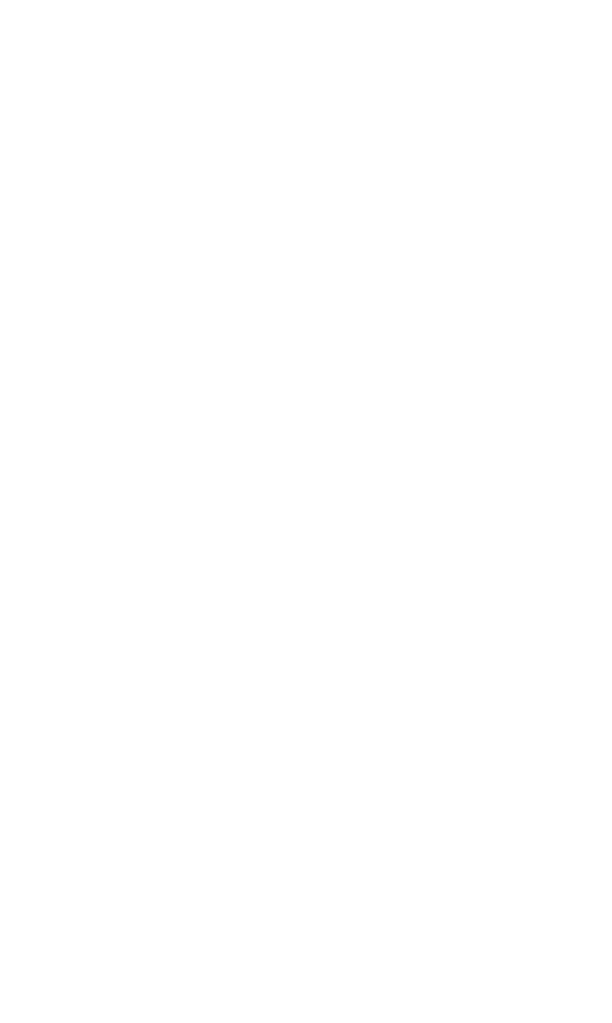
<source format=kicad_pcb>
(kicad_pcb
	(version 20231212)
	(generator "pcbnew")
	(generator_version "7.99")
	(general
		(thickness 1.6)
		(legacy_teardrops no)
	)
	(paper "A4")
	(layers
		(0 "F.Cu" signal)
		(31 "B.Cu" signal)
		(32 "B.Adhes" user "B.Adhesive")
		(33 "F.Adhes" user "F.Adhesive")
		(34 "B.Paste" user)
		(35 "F.Paste" user)
		(36 "B.SilkS" user "B.Silkscreen")
		(37 "F.SilkS" user "F.Silkscreen")
		(38 "B.Mask" user)
		(39 "F.Mask" user)
		(40 "Dwgs.User" user "User.Drawings")
		(41 "Cmts.User" user "User.Comments")
		(42 "Eco1.User" user "User.Eco1")
		(43 "Eco2.User" user "User.Eco2")
		(44 "Edge.Cuts" user)
		(45 "Margin" user)
		(46 "B.CrtYd" user "B.Courtyard")
		(47 "F.CrtYd" user "F.Courtyard")
		(48 "B.Fab" user)
		(49 "F.Fab" user)
		(50 "User.1" user)
		(51 "User.2" user)
		(52 "User.3" user)
		(53 "User.4" user)
		(54 "User.5" user)
		(55 "User.6" user)
		(56 "User.7" user)
		(57 "User.8" user)
		(58 "User.9" user)
	)
	(setup
		(pad_to_mask_clearance 0)
		(allow_soldermask_bridges_in_footprints no)
		(pcbplotparams
			(layerselection 0x00010fc_ffffffff)
			(plot_on_all_layers_selection 0x0000000_00000000)
			(disableapertmacros no)
			(usegerberextensions no)
			(usegerberattributes yes)
			(usegerberadvancedattributes yes)
			(creategerberjobfile yes)
			(dashed_line_dash_ratio 12.000000)
			(dashed_line_gap_ratio 3.000000)
			(svgprecision 4)
			(plotframeref no)
			(viasonmask no)
			(mode 1)
			(useauxorigin no)
			(hpglpennumber 1)
			(hpglpenspeed 20)
			(hpglpendiameter 15.000000)
			(pdf_front_fp_property_popups yes)
			(pdf_back_fp_property_popups yes)
			(dxfpolygonmode yes)
			(dxfimperialunits yes)
			(dxfusepcbnewfont yes)
			(psnegative no)
			(psa4output no)
			(plotreference yes)
			(plotvalue yes)
			(plotfptext yes)
			(plotinvisibletext no)
			(sketchpadsonfab no)
			(subtractmaskfromsilk no)
			(outputformat 1)
			(mirror no)
			(drillshape 1)
			(scaleselection 1)
			(outputdirectory "")
		)
	)
	(net 0 "")
	(image
		(at 100 46)
		(layer "F.Cu")
		(data "iVBORw0KGgoAAAANSUhEUgAAAEAAAABACAYAAACqaXHeAAAABHNCSVQICAgIfAhkiAAAAAlwSFlz"
			"AAATiAAAE4gBo4oJKAAACeZJREFUeJzlW11MFNsd/83MziLsEjWKNEVQ6QVdgVAfJPXKR9OoEV6a"
			"kOtNY4w+mEZC1PigTRbTJsSImCaNpBFjrC+aq9y0NsKLH7HiQm00GhINgaAG9rKQIGLC7s0Csjtz"
			"+lBnOHvmzOzMAottf8lkZmfO+X+c8/86Z2aB/3MIThrv37+/ihByFMAmURRzAWTrhIQFUvT1UoIQ"
			"wr0GMKuq6gSAcUVRvn/06NFduzSTSrpjx47sDRs23JAkab8kSaucCLxSUFU1rijKvz59+nSou7s7"
			"ZNXWcgD27dv3J1mWT4qiKC2tiOmBqqokHo//fWBg4NtQKKTy2nAHID8/XywpKXksy3LN8oqYHsRi"
			"sbHZ2dmfBwKBj+wzwwBUVlZKXq83KMvyRuA/vpbMpxl/TBvM5NJkpmVXFCUajUY3sYMgsp09Hk+P"
			"LMsbCSEJhMwYrZTyVvxp5bU2kiR5srKyXufn5yfonPBj7969v5dl+WtetNUIaYeqqoY26QTNU1VV"
			"g3xsm8+D8FOfz/dXmo5uQzU1NbLH4/lRFMUMO8yXK9UtNwghJBqNfvXkyZNhAHBpD9xu958FQcjQ"
			"Rs3K9D8TWm5ZlwyMLoLb7b4BoBKgXECSpG/oTvRALJdQ9LGcYC3W5XL9QrsWAaC6ujpPFMV1vI6a"
			"f2m/6fNihWJ9drH0zOizzwVBkPbs2fMN8NkFMjIyDtlJdVqbxczYUsSPjIwMVFdXw+PxQBAEqKqK"
			"58+fY2JiQueRDKIofgvgb1oMKLLTyelMmcWRxcz4li1bUFxcjFgshnA4rN8vKyuDz+fD48eP7fLb"
			"CCzEgI0pS2SCZEHUKS0AyMzMRFFREWKxmKFNPB6HJEkoLS21S3MDsJAFPMk6ZGdn48yZM1AUJUE5"
			"QRCgKAqAhXw8MDCAzs5OU1r19fUoLCxMUI4tXERRBCEEExMTuH37NhRFwc6dOxGPx03pKoqCbdu2"
			"ob+/38YQYBVApUEW7OxFIhFEIhFs2rRJvycIAiRJgiiK+gEAHR0dCYUSW5aWlJTA5/MZKk02MAaD"
			"QVy9elVXOisrC/Pz85ZaRaNR0+qQBz0N2jHXQCCgExJFEZIk6Yc2AOFwGMPDw1wBCCHIzs5GUVGR"
			"3p89a0coFEJzczMikYhOgx5UM1hZCA8uwH56e/PmDQDoytKCC4IAURTx4cMHbkrS0NDQgFWrVhli"
			"BC3D+/fv0dLSoruWBvY3D5mZmdz7ZjIZFkNWCIfDuqL0rNOuEI1GTfvv2rULFRUVeh/adbRjdnYW"
			"ra2tXDpDQ0NJZZybm3OiUqILsDPCWwCpqsoVXFMoFotx++bk5KCxsdEQM+iDEIK2tjaMj49zaYRC"
			"IcsY4PV68eDBA25fnl4JA0A3ACyCBiUw6/9aEGTLW1mW4ff74fV6DSUwXVzdunULfX19Bp50u97e"
			"XkxMTMDlWojfLpcL8XgcXV1dlgGQ98zFe8DzTTr40bNOmzKdxmicPHkShYWFhkqSzgI9PT24c+dO"
			"wnOePADQ39+P/v5+3d9nZ2cNitmtQUzTII8gqzBr/rzip66uDjU1NQnKs+VwMBhEW1ub4xKZp7gm"
			"q4ZkNPUBcFIKs7PPmrPWzufz4ejRo4aZp9uGw2GcO3cuaX4HgIqKCsiybFCMvh4aGsLk5KRBZjNd"
			"bFuABi3lacrTAtCCrFmzBn6/HxkZGYZnGlRVxcWLFxMEtkJpaSlqa2v1YKwoin7Wjrt37+LevXu2"
			"9XGUBgHjOp4X0ERRhN/vx7p16/Q+LA0AuHbtGl69emWbd2dnp6X1pbK3wA2CVuApSwtCCEFDQwNK"
			"Skr09vRZw/3799HV1WWLpybf1NQUFEXRUyZPeacLMMcuoMFstMvLy5GXl2dIcTQGBwdx+fLlpMLy"
			"6Mfjcbjd7gSlRVGEqqqpWwBg3wpY06PvC4KAvLw8/TkP09PTOH/+vK2a3WwvgTe4vCBsB4uyAJYx"
			"+5s9z8/Po7m5GVNTU6myNeWdqgukFAQBGHyQfU5DE6q9vR2Dg4O2eVntGybjaYc2kIIFmEVb1vx4"
			"1Zy2hWU1S4tRLJWBMCyG7BwsaKWt0tGpU6f01GgGO7zNXMxsY8VKB8cusBisXr0afr9fL6C+BIiA"
			"s9nnmShvEcTzWUIIysrKcODAAUc82ZkzO9OWsGwWwFOSFkBboPAisibgkSNH4PP5nLJOKpOZi1oh"
			"pQEwWy4TQtDd3Y13795ZLrFdLheamprg8STdjDaAtTZWFrsDoC/sHEtgwkzbsIzH47hw4YJhqcoG"
			"qtzcXJw+fTolvlbXTjNByhZg5ZtjY2MJpa5ZBqmsrERtbe2S8E/F/IEUgiCPGRskCSF4+PAhAoEA"
			"N2DR142NjSgoKFh0QExFD30AnELrTH+ZwcOlS5cwPj5u6Eef3W43mpqa4Ha7HfEmZOHNtbY/oE2A"
			"E6TkAjRDKzOfmZlBS0uLvttj5r+bN2/GsWPHHPHnDUTKLuAE7Pc4vMGg8fbtW9y8edPwVoe1hrq6"
			"OlRXVyflT/PUDk0uO2+OWDiOATyzo39rmxX00dHRgb6+PsNssbHjxIkTWL9+veO4w8riJH6lnAXY"
			"gaDNkofW1lZ8/PjR0Jem4fF44Pf7Lf2Y5pXM+uzA8WJIEASDCdLPXS4Xt9/09DSuXLliGc1VVcXW"
			"rVtx+PDhpFZIH4qi6HToQmnJs4C2w6sx5FmB1+s17d/T04OXL18mdaX6+nrTeKBtf2k7wqzv280m"
			"Oj0njXNychK2otntaVVVkZuba0nj+vXrhgHkxYbjx4/rH1FocLlcBgtk3xhnZWU5UUkfAPNXuhRq"
			"a2tBCElQIB6PJwiTk5ODgoICUxojIyOYnp5OmH12NgkhkGUZZ8+eTdg/qKys1PnzlAeA4uJiu7rP"
			"AAs7Qj8ka+3xeJCbm5tQ2LCbH9p59+7dGB0dNaU1NDSkv9djV430tSAIOHjwINrb26EoCrZv347h"
			"4WFDCmVRUFBgyR8AVFWdBD5/KltVVXVakqQ/Wvb4HwMh5PtAIPAbEQBmZmZurrRA6QYh5Dsg8WPp"
			"SUEQclZOpPSBEBIPBAIykFgHdKycSOmFqqr/1K4l6uaDtWvX/g6AvCJSpQmEEBKLxarGxsZ+BCgL"
			"CIVCqqIof1g50dIDQsjtZ8+e6anMUHRXVVX9QxCEX6VXrPSAEDLS29ubUF0ZKsFgMLiXEDKSPrHS"
			"hkg4HN7B3jQMQCgUUoPB4Feqqt5Pj1zLD0LID4qibH79+nWYfcb9Q2QkEiGjo6Pf5efni4IgfG3W"
			"7ksHIUQVBOFGb2/vL0OhEPcLyqQbaOXl5ZnZ2dl/EUXx17DxVfmXAELIJwCBubm5Qy9evPhg1dbR"
			"DmJVVVU5gN8SQn4mCMJP8PmT8y8AMULIpCiKI4qi3Hr69Gn3Sgv0X4N/A01/Nq3fcmpxAAAAAElF"
			"TkSuQmCC"
		)
		(uuid "7dde345e-020a-4fdd-af77-588b452be5e0")
	)
	(image
		(at 100 65)
		(layer "F.Cu")
		(locked yes)
		(data "iVBORw0KGgoAAAANSUhEUgAAAEAAAABACAYAAACqaXHeAAAABHNCSVQICAgIfAhkiAAAAAlwSFlz"
			"AAATiAAAE4gBo4oJKAAACeZJREFUeJzlW11MFNsd/83MziLsEjWKNEVQ6QVdgVAfJPXKR9OoEV6a"
			"kOtNY4w+mEZC1PigTRbTJsSImCaNpBFjrC+aq9y0NsKLH7HiQm00GhINgaAG9rKQIGLC7s0Csjtz"
			"+lBnOHvmzOzMAottf8lkZmfO+X+c8/86Z2aB/3MIThrv37+/ihByFMAmURRzAWTrhIQFUvT1UoIQ"
			"wr0GMKuq6gSAcUVRvn/06NFduzSTSrpjx47sDRs23JAkab8kSaucCLxSUFU1rijKvz59+nSou7s7"
			"ZNXWcgD27dv3J1mWT4qiKC2tiOmBqqokHo//fWBg4NtQKKTy2nAHID8/XywpKXksy3LN8oqYHsRi"
			"sbHZ2dmfBwKBj+wzwwBUVlZKXq83KMvyRuA/vpbMpxl/TBvM5NJkpmVXFCUajUY3sYMgsp09Hk+P"
			"LMsbCSEJhMwYrZTyVvxp5bU2kiR5srKyXufn5yfonPBj7969v5dl+WtetNUIaYeqqoY26QTNU1VV"
			"g3xsm8+D8FOfz/dXmo5uQzU1NbLH4/lRFMUMO8yXK9UtNwghJBqNfvXkyZNhAHBpD9xu958FQcjQ"
			"Rs3K9D8TWm5ZlwyMLoLb7b4BoBKgXECSpG/oTvRALJdQ9LGcYC3W5XL9QrsWAaC6ujpPFMV1vI6a"
			"f2m/6fNihWJ9drH0zOizzwVBkPbs2fMN8NkFMjIyDtlJdVqbxczYUsSPjIwMVFdXw+PxQBAEqKqK"
			"58+fY2JiQueRDKIofgvgb1oMKLLTyelMmcWRxcz4li1bUFxcjFgshnA4rN8vKyuDz+fD48eP7fLb"
			"CCzEgI0pS2SCZEHUKS0AyMzMRFFREWKxmKFNPB6HJEkoLS21S3MDsJAFPMk6ZGdn48yZM1AUJUE5"
			"QRCgKAqAhXw8MDCAzs5OU1r19fUoLCxMUI4tXERRBCEEExMTuH37NhRFwc6dOxGPx03pKoqCbdu2"
			"ob+/38YQYBVApUEW7OxFIhFEIhFs2rRJvycIAiRJgiiK+gEAHR0dCYUSW5aWlJTA5/MZKk02MAaD"
			"QVy9elVXOisrC/Pz85ZaRaNR0+qQBz0N2jHXQCCgExJFEZIk6Yc2AOFwGMPDw1wBCCHIzs5GUVGR"
			"3p89a0coFEJzczMikYhOgx5UM1hZCA8uwH56e/PmDQDoytKCC4IAURTx4cMHbkrS0NDQgFWrVhli"
			"BC3D+/fv0dLSoruWBvY3D5mZmdz7ZjIZFkNWCIfDuqL0rNOuEI1GTfvv2rULFRUVeh/adbRjdnYW"
			"ra2tXDpDQ0NJZZybm3OiUqILsDPCWwCpqsoVXFMoFotx++bk5KCxsdEQM+iDEIK2tjaMj49zaYRC"
			"IcsY4PV68eDBA25fnl4JA0A3ACyCBiUw6/9aEGTLW1mW4ff74fV6DSUwXVzdunULfX19Bp50u97e"
			"XkxMTMDlWojfLpcL8XgcXV1dlgGQ98zFe8DzTTr40bNOmzKdxmicPHkShYWFhkqSzgI9PT24c+dO"
			"wnOePADQ39+P/v5+3d9nZ2cNitmtQUzTII8gqzBr/rzip66uDjU1NQnKs+VwMBhEW1ub4xKZp7gm"
			"q4ZkNPUBcFIKs7PPmrPWzufz4ejRo4aZp9uGw2GcO3cuaX4HgIqKCsiybFCMvh4aGsLk5KRBZjNd"
			"bFuABi3lacrTAtCCrFmzBn6/HxkZGYZnGlRVxcWLFxMEtkJpaSlqa2v1YKwoin7Wjrt37+LevXu2"
			"9XGUBgHjOp4X0ERRhN/vx7p16/Q+LA0AuHbtGl69emWbd2dnp6X1pbK3wA2CVuApSwtCCEFDQwNK"
			"Skr09vRZw/3799HV1WWLpybf1NQUFEXRUyZPeacLMMcuoMFstMvLy5GXl2dIcTQGBwdx+fLlpMLy"
			"6Mfjcbjd7gSlRVGEqqqpWwBg3wpY06PvC4KAvLw8/TkP09PTOH/+vK2a3WwvgTe4vCBsB4uyAJYx"
			"+5s9z8/Po7m5GVNTU6myNeWdqgukFAQBGHyQfU5DE6q9vR2Dg4O2eVntGybjaYc2kIIFmEVb1vx4"
			"1Zy2hWU1S4tRLJWBMCyG7BwsaKWt0tGpU6f01GgGO7zNXMxsY8VKB8cusBisXr0afr9fL6C+BIiA"
			"s9nnmShvEcTzWUIIysrKcODAAUc82ZkzO9OWsGwWwFOSFkBboPAisibgkSNH4PP5nLJOKpOZi1oh"
			"pQEwWy4TQtDd3Y13795ZLrFdLheamprg8STdjDaAtTZWFrsDoC/sHEtgwkzbsIzH47hw4YJhqcoG"
			"qtzcXJw+fTolvlbXTjNByhZg5ZtjY2MJpa5ZBqmsrERtbe2S8E/F/IEUgiCPGRskCSF4+PAhAoEA"
			"N2DR142NjSgoKFh0QExFD30AnELrTH+ZwcOlS5cwPj5u6Eef3W43mpqa4Ha7HfEmZOHNtbY/oE2A"
			"E6TkAjRDKzOfmZlBS0uLvttj5r+bN2/GsWPHHPHnDUTKLuAE7Pc4vMGg8fbtW9y8edPwVoe1hrq6"
			"OlRXVyflT/PUDk0uO2+OWDiOATyzo39rmxX00dHRgb6+PsNssbHjxIkTWL9+veO4w8riJH6lnAXY"
			"gaDNkofW1lZ8/PjR0Jem4fF44Pf7Lf2Y5pXM+uzA8WJIEASDCdLPXS4Xt9/09DSuXLliGc1VVcXW"
			"rVtx+PDhpFZIH4qi6HToQmnJs4C2w6sx5FmB1+s17d/T04OXL18mdaX6+nrTeKBtf2k7wqzv280m"
			"Oj0njXNychK2otntaVVVkZuba0nj+vXrhgHkxYbjx4/rH1FocLlcBgtk3xhnZWU5UUkfAPNXuhRq"
			"a2tBCElQIB6PJwiTk5ODgoICUxojIyOYnp5OmH12NgkhkGUZZ8+eTdg/qKys1PnzlAeA4uJiu7rP"
			"AAs7Qj8ka+3xeJCbm5tQ2LCbH9p59+7dGB0dNaU1NDSkv9djV430tSAIOHjwINrb26EoCrZv347h"
			"4WFDCmVRUFBgyR8AVFWdBD5/KltVVXVakqQ/Wvb4HwMh5PtAIPAbEQBmZmZurrRA6QYh5Dsg8WPp"
			"SUEQclZOpPSBEBIPBAIykFgHdKycSOmFqqr/1K4l6uaDtWvX/g6AvCJSpQmEEBKLxarGxsZ+BCgL"
			"CIVCqqIof1g50dIDQsjtZ8+e6anMUHRXVVX9QxCEX6VXrPSAEDLS29ubUF0ZKsFgMLiXEDKSPrHS"
			"hkg4HN7B3jQMQCgUUoPB4Feqqt5Pj1zLD0LID4qibH79+nWYfcb9Q2QkEiGjo6Pf5efni4IgfG3W"
			"7ksHIUQVBOFGb2/vL0OhEPcLyqQbaOXl5ZnZ2dl/EUXx17DxVfmXAELIJwCBubm5Qy9evPhg1dbR"
			"DmJVVVU5gN8SQn4mCMJP8PmT8y8AMULIpCiKI4qi3Hr69Gn3Sgv0X4N/A01/Nq3fcmpxAAAAAElF"
			"TkSuQmCC"
		)
		(uuid "e4fd52dd-1d89-4c43-b621-aebfc9788d5c")
	)
	(image
		(at 100 90)
		(layer "B.Cu")
		(scale 2)
		(data "iVBORw0KGgoAAAANSUhEUgAAAEAAAABACAYAAACqaXHeAAAABHNCSVQICAgIfAhkiAAAAAlwSFlz"
			"AAATiAAAE4gBo4oJKAAACeZJREFUeJzlW11MFNsd/83MziLsEjWKNEVQ6QVdgVAfJPXKR9OoEV6a"
			"kOtNY4w+mEZC1PigTRbTJsSImCaNpBFjrC+aq9y0NsKLH7HiQm00GhINgaAG9rKQIGLC7s0Csjtz"
			"+lBnOHvmzOzMAottf8lkZmfO+X+c8/86Z2aB/3MIThrv37+/ihByFMAmURRzAWTrhIQFUvT1UoIQ"
			"wr0GMKuq6gSAcUVRvn/06NFduzSTSrpjx47sDRs23JAkab8kSaucCLxSUFU1rijKvz59+nSou7s7"
			"ZNXWcgD27dv3J1mWT4qiKC2tiOmBqqokHo//fWBg4NtQKKTy2nAHID8/XywpKXksy3LN8oqYHsRi"
			"sbHZ2dmfBwKBj+wzwwBUVlZKXq83KMvyRuA/vpbMpxl/TBvM5NJkpmVXFCUajUY3sYMgsp09Hk+P"
			"LMsbCSEJhMwYrZTyVvxp5bU2kiR5srKyXufn5yfonPBj7969v5dl+WtetNUIaYeqqoY26QTNU1VV"
			"g3xsm8+D8FOfz/dXmo5uQzU1NbLH4/lRFMUMO8yXK9UtNwghJBqNfvXkyZNhAHBpD9xu958FQcjQ"
			"Rs3K9D8TWm5ZlwyMLoLb7b4BoBKgXECSpG/oTvRALJdQ9LGcYC3W5XL9QrsWAaC6ujpPFMV1vI6a"
			"f2m/6fNihWJ9drH0zOizzwVBkPbs2fMN8NkFMjIyDtlJdVqbxczYUsSPjIwMVFdXw+PxQBAEqKqK"
			"58+fY2JiQueRDKIofgvgb1oMKLLTyelMmcWRxcz4li1bUFxcjFgshnA4rN8vKyuDz+fD48eP7fLb"
			"CCzEgI0pS2SCZEHUKS0AyMzMRFFREWKxmKFNPB6HJEkoLS21S3MDsJAFPMk6ZGdn48yZM1AUJUE5"
			"QRCgKAqAhXw8MDCAzs5OU1r19fUoLCxMUI4tXERRBCEEExMTuH37NhRFwc6dOxGPx03pKoqCbdu2"
			"ob+/38YQYBVApUEW7OxFIhFEIhFs2rRJvycIAiRJgiiK+gEAHR0dCYUSW5aWlJTA5/MZKk02MAaD"
			"QVy9elVXOisrC/Pz85ZaRaNR0+qQBz0N2jHXQCCgExJFEZIk6Yc2AOFwGMPDw1wBCCHIzs5GUVGR"
			"3p89a0coFEJzczMikYhOgx5UM1hZCA8uwH56e/PmDQDoytKCC4IAURTx4cMHbkrS0NDQgFWrVhli"
			"BC3D+/fv0dLSoruWBvY3D5mZmdz7ZjIZFkNWCIfDuqL0rNOuEI1GTfvv2rULFRUVeh/adbRjdnYW"
			"ra2tXDpDQ0NJZZybm3OiUqILsDPCWwCpqsoVXFMoFotx++bk5KCxsdEQM+iDEIK2tjaMj49zaYRC"
			"IcsY4PV68eDBA25fnl4JA0A3ACyCBiUw6/9aEGTLW1mW4ff74fV6DSUwXVzdunULfX19Bp50u97e"
			"XkxMTMDlWojfLpcL8XgcXV1dlgGQ98zFe8DzTTr40bNOmzKdxmicPHkShYWFhkqSzgI9PT24c+dO"
			"wnOePADQ39+P/v5+3d9nZ2cNitmtQUzTII8gqzBr/rzip66uDjU1NQnKs+VwMBhEW1ub4xKZp7gm"
			"q4ZkNPUBcFIKs7PPmrPWzufz4ejRo4aZp9uGw2GcO3cuaX4HgIqKCsiybFCMvh4aGsLk5KRBZjNd"
			"bFuABi3lacrTAtCCrFmzBn6/HxkZGYZnGlRVxcWLFxMEtkJpaSlqa2v1YKwoin7Wjrt37+LevXu2"
			"9XGUBgHjOp4X0ERRhN/vx7p16/Q+LA0AuHbtGl69emWbd2dnp6X1pbK3wA2CVuApSwtCCEFDQwNK"
			"Skr09vRZw/3799HV1WWLpybf1NQUFEXRUyZPeacLMMcuoMFstMvLy5GXl2dIcTQGBwdx+fLlpMLy"
			"6Mfjcbjd7gSlRVGEqqqpWwBg3wpY06PvC4KAvLw8/TkP09PTOH/+vK2a3WwvgTe4vCBsB4uyAJYx"
			"+5s9z8/Po7m5GVNTU6myNeWdqgukFAQBGHyQfU5DE6q9vR2Dg4O2eVntGybjaYc2kIIFmEVb1vx4"
			"1Zy2hWU1S4tRLJWBMCyG7BwsaKWt0tGpU6f01GgGO7zNXMxsY8VKB8cusBisXr0afr9fL6C+BIiA"
			"s9nnmShvEcTzWUIIysrKcODAAUc82ZkzO9OWsGwWwFOSFkBboPAisibgkSNH4PP5nLJOKpOZi1oh"
			"pQEwWy4TQtDd3Y13795ZLrFdLheamprg8STdjDaAtTZWFrsDoC/sHEtgwkzbsIzH47hw4YJhqcoG"
			"qtzcXJw+fTolvlbXTjNByhZg5ZtjY2MJpa5ZBqmsrERtbe2S8E/F/IEUgiCPGRskCSF4+PAhAoEA"
			"N2DR142NjSgoKFh0QExFD30AnELrTH+ZwcOlS5cwPj5u6Eef3W43mpqa4Ha7HfEmZOHNtbY/oE2A"
			"E6TkAjRDKzOfmZlBS0uLvttj5r+bN2/GsWPHHPHnDUTKLuAE7Pc4vMGg8fbtW9y8edPwVoe1hrq6"
			"OlRXVyflT/PUDk0uO2+OWDiOATyzo39rmxX00dHRgb6+PsNssbHjxIkTWL9+veO4w8riJH6lnAXY"
			"gaDNkofW1lZ8/PjR0Jem4fF44Pf7Lf2Y5pXM+uzA8WJIEASDCdLPXS4Xt9/09DSuXLliGc1VVcXW"
			"rVtx+PDhpFZIH4qi6HToQmnJs4C2w6sx5FmB1+s17d/T04OXL18mdaX6+nrTeKBtf2k7wqzv280m"
			"Oj0njXNychK2otntaVVVkZuba0nj+vXrhgHkxYbjx4/rH1FocLlcBgtk3xhnZWU5UUkfAPNXuhRq"
			"a2tBCElQIB6PJwiTk5ODgoICUxojIyOYnp5OmH12NgkhkGUZZ8+eTdg/qKys1PnzlAeA4uJiu7rP"
			"AAs7Qj8ka+3xeJCbm5tQ2LCbH9p59+7dGB0dNaU1NDSkv9djV430tSAIOHjwINrb26EoCrZv347h"
			"4WFDCmVRUFBgyR8AVFWdBD5/KltVVXVakqQ/Wvb4HwMh5PtAIPAbEQBmZmZurrRA6QYh5Dsg8WPp"
			"SUEQclZOpPSBEBIPBAIykFgHdKycSOmFqqr/1K4l6uaDtWvX/g6AvCJSpQmEEBKLxarGxsZ+BCgL"
			"CIVCqqIof1g50dIDQsjtZ8+e6anMUHRXVVX9QxCEX6VXrPSAEDLS29ubUF0ZKsFgMLiXEDKSPrHS"
			"hkg4HN7B3jQMQCgUUoPB4Feqqt5Pj1zLD0LID4qibH79+nWYfcb9Q2QkEiGjo6Pf5efni4IgfG3W"
			"7ksHIUQVBOFGb2/vL0OhEPcLyqQbaOXl5ZnZ2dl/EUXx17DxVfmXAELIJwCBubm5Qy9evPhg1dbR"
			"DmJVVVU5gN8SQn4mCMJP8PmT8y8AMULIpCiKI4qi3Hr69Gn3Sgv0X4N/A01/Nq3fcmpxAAAAAElF"
			"TkSuQmCC"
		)
		(uuid "d402397e-bce0-4cae-a398-b5aeef397e87")
	)
	(gr_text "Image at scale 1"
		(at 97 38 0)
		(layer "Cmts.User")
		(uuid "11c5bcf4-add5-4b5a-8a6e-551d6cc455dc")
		(effects
			(font
				(size 1.5 1.5)
				(thickness 0.3)
				(bold yes)
			)
			(justify left bottom)
		)
	)
	(gr_text "Locked image"
		(at 97 57 0)
		(layer "Cmts.User")
		(uuid "ad07820b-4490-4581-87a7-7709f90e4f7e")
		(effects
			(font
				(size 1.5 1.5)
				(thickness 0.3)
				(bold yes)
			)
			(justify left bottom)
		)
	)
	(gr_text "Image at scale 2 on B.Cu"
		(at 97 76 0)
		(layer "Cmts.User")
		(uuid "c4b3cc49-cd2d-43d3-93e2-82f81e39ecf0")
		(effects
			(font
				(size 1.5 1.5)
				(thickness 0.3)
				(bold yes)
			)
			(justify left bottom)
		)
	)
)
</source>
